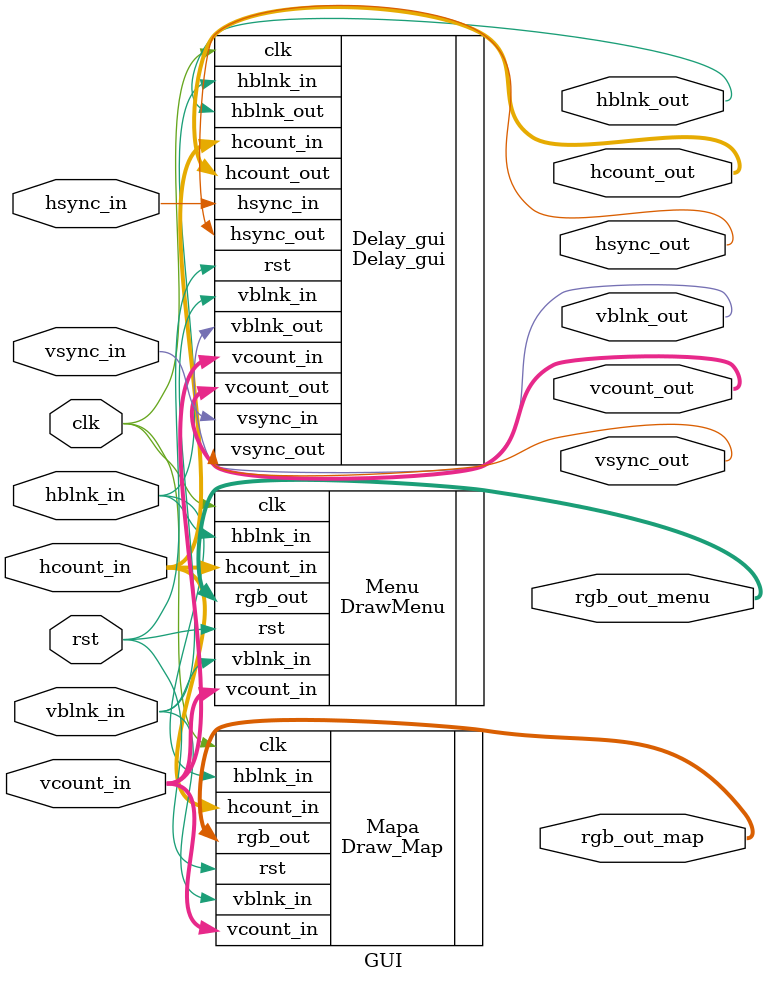
<source format=v>
`timescale 1ns / 1ps

module GUI(
    input wire clk,
    input wire rst,
    input wire [10:0] hcount_in,
    input wire [9:0] vcount_in,
    input wire hblnk_in,
    input wire vblnk_in,
    input wire hsync_in,
    input wire vsync_in,
    
    output wire [10:0] hcount_out,
    output wire [9:0] vcount_out,
    output wire hblnk_out,
    output wire vblnk_out,
    output wire hsync_out,
    output wire vsync_out,
    output wire [11:0] rgb_out_map,
    output wire [11:0] rgb_out_menu
);

Delay_gui Delay_gui(
    .clk(clk),
    .rst(rst),
    .hcount_in(hcount_in),
    .vcount_in(vcount_in),
    .hblnk_in(hblnk_in),
    .vblnk_in(vblnk_in),
    .hsync_in(hsync_in),
    .vsync_in(vsync_in),
    
    .hcount_out(hcount_out),
    .vcount_out(vcount_out),
    .hblnk_out(hblnk_out),
    .vblnk_out(vblnk_out),
    .hsync_out(hsync_out),
    .vsync_out(vsync_out)
);

Draw_Map Mapa(
    .hcount_in(hcount_in),
    .vcount_in(vcount_in),
    .hblnk_in(hblnk_in),
    .vblnk_in(vblnk_in),
    .clk(clk),
    .rst(rst),

    .rgb_out(rgb_out_map)
    );
DrawMenu Menu(
    .hcount_in(hcount_in),
    .vcount_in(vcount_in),
    .hblnk_in(hblnk_in),
    .vblnk_in(vblnk_in),
    .clk(clk),
    .rst(rst),
    
    .rgb_out(rgb_out_menu)
    );
endmodule

</source>
